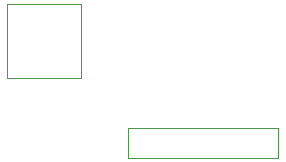
<source format=gbr>
%TF.GenerationSoftware,Altium Limited,Altium Designer,21.6.1 (37)*%
G04 Layer_Color=32768*
%FSLAX43Y43*%
%MOMM*%
%TF.SameCoordinates,722F286E-688C-4CC3-9CBB-BCC5CCC684D6*%
%TF.FilePolarity,Positive*%
%TF.FileFunction,Other,Top_Dims*%
%TF.Part,Single*%
G01*
G75*
%TA.AperFunction,NonConductor*%
%ADD48C,0.100*%
D48*
X26940Y8165D02*
Y14365D01*
X20740Y8165D02*
X26940D01*
X20740D02*
Y14365D01*
X26940D01*
X43688Y1397D02*
Y3937D01*
X30988D02*
X43688D01*
X30988Y1397D02*
Y3937D01*
Y1397D02*
X43688D01*
%TF.MD5,03de7842a184c9cf1bc561ca6ccfa121*%
M02*

</source>
